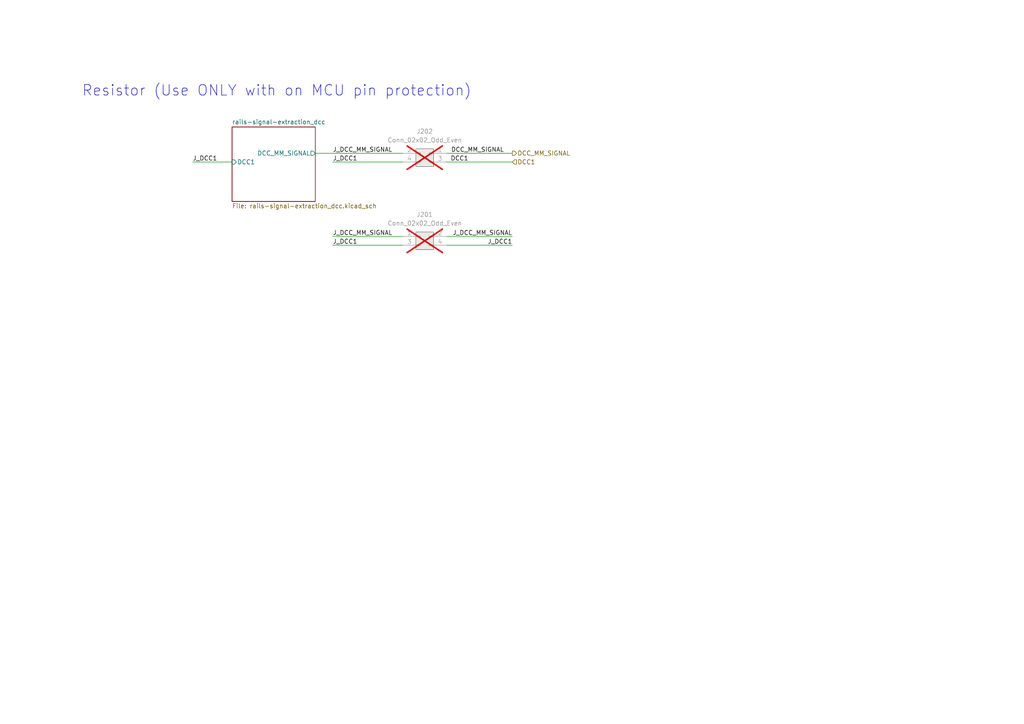
<source format=kicad_sch>
(kicad_sch (version 20231120) (generator "eeschema") (generator_version "8.0")
  (paper "A4")
  (title_block (title "xDuinoRail - LocDecoder - Development Kit") (date "2024-10-09") (rev "v0.2") (company "Chatelain Engineering, Bern - CH"))
  (lib_symbols
    (symbol "Connector_Generic:Conn_02x02_Odd_Even" (pin_names (offset 1.016) hide)
      (property "Reference" "J" (at 1.27 2.54 0))
      (property "Value" "Conn_02x02_Odd_Even" (at 1.27 -5.08 0))
      (symbol "Conn_02x02_Odd_Even_1_1"
        (rectangle (start -1.27 -2.413) (end 0 -2.667) (stroke (width 0.1524)))
        (rectangle (start -1.27 0.127) (end 0 -0.127) (stroke (width 0.1524)))
        (rectangle (start -1.27 1.27) (end 3.81 -3.81) (stroke (width 0.254)) (fill (type background)))
        (rectangle (start 3.81 -2.413) (end 2.54 -2.667) (stroke (width 0.1524)))
        (rectangle (start 3.81 0.127) (end 2.54 -0.127) (stroke (width 0.1524)))
        (pin passive line (at -5.08 0 0) (length 3.81) (name "Pin_1") (number "1"))
        (pin passive line (at 7.62 0 180) (length 3.81) (name "Pin_2") (number "2"))
        (pin passive line (at -5.08 -2.54 0) (length 3.81) (name "Pin_3") (number "3"))
        (pin passive line (at 7.62 -2.54 180) (length 3.81) (name "Pin_4") (number "4"))
      )
    )
  )
  (wire (pts (xy 96.52 68.58) (xy 116.84 68.58)))
  (wire (pts (xy 55.88 46.99) (xy 67.31 46.99)))
  (wire (pts (xy 129.54 71.12) (xy 148.59 71.12)))
  (wire (pts (xy 96.52 46.99) (xy 116.84 46.99)))
  (wire (pts (xy 129.54 68.58) (xy 148.59 68.58)))
  (wire (pts (xy 129.54 46.99) (xy 148.59 46.99)))
  (wire (pts (xy 91.44 44.45) (xy 116.84 44.45)))
  (wire (pts (xy 129.54 44.45) (xy 148.59 44.45)))
  (wire (pts (xy 96.52 71.12) (xy 116.84 71.12)))
  (text "Resistor (Use ONLY with on MCU pin protection)" (at 80.264 26.416 0) (effects (font (size 3.048 3.048))))
  (label "J_DCC1" (at 96.52 46.99 0))
  (label "J_DCC1" (at 55.88 46.99 0))
  (label "DCC_MM_SIGNAL" (at 130.81 44.45 0))
  (label "J_DCC1" (at 148.59 71.12 180))
  (label "J_DCC_MM_SIGNAL" (at 96.52 68.58 0))
  (label "DCC1" (at 135.89 46.99 180))
  (label "J_DCC1" (at 96.52 71.12 0))
  (label "J_DCC_MM_SIGNAL" (at 96.52 44.45 0))
  (label "J_DCC_MM_SIGNAL" (at 148.59 68.58 180))
  (hierarchical_label "DCC1" (shape input) (at 148.59 46.99 0))
  (hierarchical_label "DCC_MM_SIGNAL" (shape output) (at 148.59 44.45 0))
  (symbol (lib_id "Connector_Generic:Conn_02x02_Odd_Even") (at 124.46 44.45 0) (mirror y) (unit 1) (exclude_from_sim yes) (in_bom no) (dnp yes)
    (property "Reference" "J202" (at 123.19 38.1 0))
    (property "Value" "Conn_02x02_Odd_Even" (at 123.19 40.64 0))
    (property "Footprint" "xDuinoRail:PinHeaderJP_2x02_P2.54mm_Vertical" (effects (hide yes)))
    (property "Description" "Generic connector, double row, 02x02, odd/even pin numbering scheme (row 1 odd numbers, row 2 even numbers), script generated (kicad-library-utils/schlib/autogen/connector/)" (effects (hide yes)))
  )
  (symbol (lib_id "Connector_Generic:Conn_02x02_Odd_Even") (at 121.92 68.58 0) (unit 1) (exclude_from_sim yes) (in_bom no) (dnp yes)
    (property "Reference" "J201" (at 123.19 62.23 0))
    (property "Value" "Conn_02x02_Odd_Even" (at 123.19 64.77 0))
    (property "Footprint" "xDuinoRail:PinHeaderJP_2x02_P2.54mm_Vertical" (effects (hide yes)))
    (property "Description" "Generic connector, double row, 02x02, odd/even pin numbering scheme (row 1 odd numbers, row 2 even numbers), script generated (kicad-library-utils/schlib/autogen/connector/)" (effects (hide yes)))
  )
  (sheet (at 67.31 36.83) (size 24.13 21.59) (stroke (width 0.1524))
    (property "Sheetname" "rails-signal-extraction_dcc" (at 67.31 36.1184 0) (effects (justify left bottom)))
    (property "Sheetfile" "rails-signal-extraction_dcc.kicad_sch" (at 67.31 59.0046 0) (effects (justify left top)))
    (pin "DCC1" input (at 67.31 46.99 180))
    (pin "DCC_MM_SIGNAL" output (at 91.44 44.45 0))
  )
)
</source>
